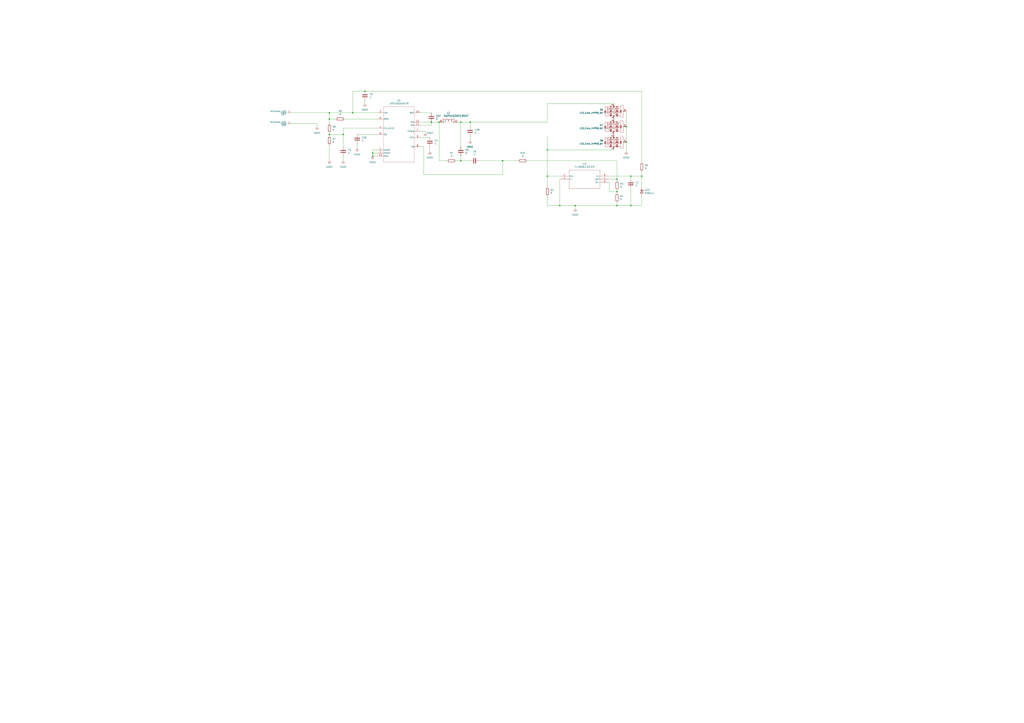
<source format=kicad_sch>
(kicad_sch (version 20230121) (generator eeschema)
  (paper "A1")
  (lib_symbols
    (symbol "Connectors_for_Wire:WireHole_1p5"
      (property "Reference" "D" (at 0 -1.27 0))
      (property "Value" "WireHole_1p5" (at 0 1.27 0))
      (symbol "WireHole_1p5_1_0"
        (pin bidirectional line (at 0 0 0) (length 2.54) (name "Conn") (number "1"))
      )
    )
    (symbol "DCK5_TEX:TLV9061IDCKR" (pin_names (offset 0.254))
      (property "Reference" "U" (at 20.32 10.16 0))
      (property "Value" "TLV9061IDCKR" (at 20.32 7.62 0))
      (symbol "TLV9061IDCKR_0_1"
        (polyline (pts (xy 7.62 -10.16) (xy 33.02 -10.16)) (stroke (width 0.127)))
        (polyline (pts (xy 7.62 5.08) (xy 7.62 -10.16)) (stroke (width 0.127)))
        (polyline (pts (xy 33.02 -10.16) (xy 33.02 5.08)) (stroke (width 0.127)))
        (polyline (pts (xy 33.02 5.08) (xy 7.62 5.08)) (stroke (width 0.127)))
        (pin input line (at 0 0 0) (length 7.62) (name "IN+") (number "1"))
        (pin power_in line (at 0 -2.54 0) (length 7.62) (name "V-") (number "2"))
        (pin input line (at 40.64 -5.08 180) (length 7.62) (name "IN-") (number "3"))
        (pin output line (at 40.64 -2.54 180) (length 7.62) (name "OUT") (number "4"))
        (pin power_in line (at 40.64 0 180) (length 7.62) (name "V+") (number "5"))
      )
    )
    (symbol "Device:C" (pin_numbers hide) (pin_names (offset 0.254))
      (property "Reference" "C" (at 0.635 2.54 0))
      (property "Value" "C" (at 0.635 -2.54 0))
      (symbol "C_0_1"
        (polyline (pts (xy -2.032 -0.762) (xy 2.032 -0.762)) (stroke (width 0.508)))
        (polyline (pts (xy -2.032 0.762) (xy 2.032 0.762)) (stroke (width 0.508)))
      )
      (symbol "C_1_1"
        (pin passive line (at 0 3.81 270) (length 2.794) (name "~") (number "1"))
        (pin passive line (at 0 -3.81 90) (length 2.794) (name "~") (number "2"))
      )
    )
    (symbol "Device:R" (pin_numbers hide) (pin_names (offset 0))
      (property "Reference" "R" (at 2.032 0 90))
      (property "Value" "R" (at 0 0 90))
      (symbol "R_0_1"
        (rectangle (start -1.016 -2.54) (end 1.016 2.54) (stroke (width 0.254)))
      )
      (symbol "R_1_1"
        (pin passive line (at 0 3.81 270) (length 1.27) (name "~") (number "1"))
        (pin passive line (at 0 -3.81 90) (length 1.27) (name "~") (number "2"))
      )
    )
    (symbol "Diode:MM5Zxx" (pin_numbers hide) (pin_names hide)
      (property "Reference" "D" (at 0 2.54 0))
      (property "Value" "MM5Zxx" (at 0 -2.54 0))
      (symbol "MM5Zxx_0_1"
        (polyline (pts (xy 1.27 0) (xy -1.27 0)))
        (polyline (pts (xy -1.27 -1.27) (xy -1.27 1.27) (xy -0.762 1.27)) (stroke (width 0.254)))
        (polyline (pts (xy 1.27 -1.27) (xy 1.27 1.27) (xy -1.27 0) (xy 1.27 -1.27)) (stroke (width 0.254)))
      )
      (symbol "MM5Zxx_1_1"
        (pin passive line (at -3.81 0 0) (length 2.54) (name "K") (number "1"))
        (pin passive line (at 3.81 0 180) (length 2.54) (name "A") (number "2"))
      )
    )
    (symbol "LED:LED_Cree_XHP50_6V" (pin_names (offset 1.016) hide)
      (property "Reference" "D" (at 0 11.43 0))
      (property "Value" "LED_Cree_XHP50_6V" (at 0 9.525 0))
      (symbol "LED_Cree_XHP50_6V_0_1"
        (circle (center -3.81 -2.54) (radius 0.3556) (fill (type outline)))
        (circle (center -3.81 0) (radius 0.3556) (fill (type outline)))
        (circle (center -3.81 2.54) (radius 0.3556) (fill (type outline)))
        (polyline (pts (xy -3.81 -2.54) (xy 3.81 -2.54)))
        (polyline (pts (xy -3.048 -3.81) (xy -3.048 -1.27)) (stroke (width 0.254)))
        (polyline (pts (xy -3.048 1.27) (xy -3.048 3.81)) (stroke (width 0.254)))
        (polyline (pts (xy -0.127 1.27) (xy -0.127 3.81)) (stroke (width 0.254)))
        (polyline (pts (xy 0 -3.81) (xy 0 -1.27)) (stroke (width 0.254)))
        (polyline (pts (xy 3.81 2.54) (xy -3.81 2.54)))
        (polyline (pts (xy -4.826 -5.08) (xy -4.826 -7.62) (xy 4.826 -7.62) (xy 4.826 -5.08)))
        (polyline (pts (xy -0.508 -3.81) (xy -0.508 -1.27) (xy -3.048 -2.54) (xy -0.508 -3.81)) (stroke (width 0.254)))
        (polyline (pts (xy -0.508 1.27) (xy -0.508 3.81) (xy -3.048 2.54) (xy -0.508 1.27)) (stroke (width 0.254)))
        (polyline (pts (xy 0.508 6.096) (xy 0.254 6.35) (xy 0.254 7.874) (xy 0 8.128)) (stroke (width 0.254)))
        (polyline (pts (xy 0.889 -6.604) (xy 0.635 -6.35) (xy 0.635 -4.826) (xy 0.381 -4.572)) (stroke (width 0.254)))
        (polyline (pts (xy 2.413 1.27) (xy 2.413 3.81) (xy -0.127 2.54) (xy 2.413 1.27)) (stroke (width 0.254)))
        (polyline (pts (xy 2.54 -3.81) (xy 2.54 -1.27) (xy 0 -2.54) (xy 2.54 -3.81)) (stroke (width 0.254)))
        (polyline (pts (xy -3.81 -5.588) (xy -3.81 7.112) (xy 3.81 7.112) (xy 3.81 -5.588) (xy -3.81 -5.588)))
        (polyline (pts (xy -2.667 -1.143) (xy -1.143 0.381) (xy -1.905 0.381) (xy -1.143 0.381) (xy -1.143 -0.381)))
        (polyline (pts (xy -2.667 3.937) (xy -1.143 5.461) (xy -1.905 5.461) (xy -1.143 5.461) (xy -1.143 4.699)))
        (polyline (pts (xy -1.397 -1.143) (xy 0.127 0.381) (xy -0.635 0.381) (xy 0.127 0.381) (xy 0.127 -0.381)))
        (polyline (pts (xy -1.397 3.937) (xy 0.127 5.461) (xy -0.635 5.461) (xy 0.127 5.461) (xy 0.127 4.699)))
        (polyline (pts (xy -1.27 6.35) (xy -1.27 7.874) (xy 0.254 7.112) (xy -1.27 6.35) (xy -1.27 6.604)) (stroke (width 0.254)))
        (polyline (pts (xy -0.889 -6.35) (xy -0.889 -4.826) (xy 0.635 -5.588) (xy -0.889 -6.35) (xy -0.889 -6.096)) (stroke (width 0.254)))
        (polyline (pts (xy 0.254 3.937) (xy 1.778 5.461) (xy 1.016 5.461) (xy 1.778 5.461) (xy 1.778 4.699)))
        (polyline (pts (xy 0.381 -1.143) (xy 1.905 0.381) (xy 1.143 0.381) (xy 1.905 0.381) (xy 1.905 -0.381)))
        (polyline (pts (xy 1.524 3.937) (xy 3.048 5.461) (xy 2.286 5.461) (xy 3.048 5.461) (xy 3.048 4.699)))
        (polyline (pts (xy 1.651 -1.143) (xy 3.175 0.381) (xy 2.413 0.381) (xy 3.175 0.381) (xy 3.175 -0.381)))
        (circle (center 3.81 -2.54) (radius 0.3556) (fill (type outline)))
        (circle (center 3.81 0) (radius 0.3556) (fill (type outline)))
        (circle (center 3.81 2.54) (radius 0.3556) (fill (type outline)))
      )
      (symbol "LED_Cree_XHP50_6V_1_1"
        (pin passive line (at -6.35 0 0) (length 2.54) (name "K") (number "1"))
        (pin passive line (at 6.35 0 180) (length 2.54) (name "A") (number "2"))
        (pin passive line (at 0 -10.16 90) (length 2.54) (name "PAD") (number "3"))
      )
    )
    (symbol "LM5160ADNTR:LM5160ADNTR" (pin_names (offset 0.254))
      (property "Reference" "U" (at 0 2.54 0))
      (property "Value" "LM5160ADNTR" (at 0 0 0))
      (symbol "LM5160ADNTR_0_1"
        (polyline (pts (xy -12.7 -22.86) (xy 12.7 -22.86)) (stroke (width 0.1016)))
        (polyline (pts (xy -12.7 22.86) (xy -12.7 -22.86)) (stroke (width 0.1016)))
        (polyline (pts (xy 12.7 -22.86) (xy 12.7 22.86)) (stroke (width 0.1016)))
        (polyline (pts (xy 12.7 22.86) (xy -12.7 22.86)) (stroke (width 0.1016)))
        (pin power_in line (at -17.78 -12.7 0) (length 5.08) (name "AGND") (number "1"))
        (pin power_in line (at 17.78 17.78 180) (length 5.08) (name "BST") (number "10"))
        (pin power_in line (at 17.78 7.62 180) (length 5.08) (name "SW") (number "11"))
        (pin power_in line (at 17.78 10.16 180) (length 5.08) (name "SW") (number "12"))
        (pin power_in line (at -17.78 -17.78 0) (length 5.08) (name "PAD") (number "13"))
        (pin power_in line (at -17.78 -15.24 0) (length 5.08) (name "PGND") (number "2"))
        (pin power_in line (at -17.78 17.78 0) (length 5.08) (name "VIN") (number "3"))
        (pin input line (at -17.78 5.08 0) (length 5.08) (name "EN_UVLO") (number "4"))
        (pin input line (at -17.78 12.7 0) (length 5.08) (name "RON") (number "5"))
        (pin input line (at -17.78 0 0) (length 5.08) (name "SS") (number "6"))
        (pin input line (at 17.78 2.54 180) (length 5.08) (name "FPWM") (number "7"))
        (pin input line (at 17.78 -10.16 180) (length 5.08) (name "FB") (number "8"))
        (pin power_in line (at 17.78 -2.54 180) (length 5.08) (name "VCC") (number "9"))
      )
    )
    (symbol "SWPA4030S1R0NT:SWPA4030S1R0NT" (pin_names (offset 0.254))
      (property "Reference" "L" (at 6.985 5.08 0))
      (property "Value" "SWPA4030S1R0NT" (at 6.985 -2.54 0))
      (symbol "SWPA4030S1R0NT_1_1"
        (polyline (pts (xy 2.54 0) (xy 2.54 1.27)) (stroke (width 0.2032)))
        (polyline (pts (xy 5.08 0) (xy 5.08 1.27)) (stroke (width 0.2032)))
        (polyline (pts (xy 7.62 0) (xy 7.62 1.27)) (stroke (width 0.2032)))
        (polyline (pts (xy 10.16 0) (xy 10.16 1.27)) (stroke (width 0.2032)))
        (polyline (pts (xy 12.7 0) (xy 12.7 1.27)) (stroke (width 0.2032)))
        (arc (start 5.08 1.27) (mid 3.81 2.5345) (end 2.54 1.27) (stroke (width 0.2032)))
        (arc (start 7.62 1.27) (mid 6.35 2.5345) (end 5.08 1.27) (stroke (width 0.2032)))
        (arc (start 10.16 1.27) (mid 8.89 2.5345) (end 7.62 1.27) (stroke (width 0.2032)))
        (arc (start 12.7 1.27) (mid 11.43 2.5345) (end 10.16 1.27) (stroke (width 0.2032)))
        (pin unspecified line (at 15.24 0 180) (length 2.54) (name "1") (number "1"))
        (pin unspecified line (at 0 0 0) (length 2.54) (name "2") (number "2"))
      )
      (symbol "SWPA4030S1R0NT_1_2"
        (arc (start -1.27 5.08) (mid -2.5345 3.81) (end -1.27 2.54) (stroke (width 0.2032)))
        (arc (start -1.27 7.62) (mid -2.5345 6.35) (end -1.27 5.08) (stroke (width 0.2032)))
        (arc (start -1.27 10.16) (mid -2.5345 8.89) (end -1.27 7.62) (stroke (width 0.2032)))
        (arc (start -1.27 12.7) (mid -2.5345 11.43) (end -1.27 10.16) (stroke (width 0.2032)))
        (polyline (pts (xy 0 2.54) (xy -1.27 2.54)) (stroke (width 0.2032)))
        (polyline (pts (xy 0 5.08) (xy -1.27 5.08)) (stroke (width 0.2032)))
        (polyline (pts (xy 0 7.62) (xy -1.27 7.62)) (stroke (width 0.2032)))
        (polyline (pts (xy 0 10.16) (xy -1.27 10.16)) (stroke (width 0.2032)))
        (polyline (pts (xy 0 12.7) (xy -1.27 12.7)) (stroke (width 0.2032)))
        (pin unspecified line (at 0 15.24 270) (length 2.54) (name "1") (number "1"))
        (pin unspecified line (at 0 0 90) (length 2.54) (name "2") (number "2"))
      )
    )
    (symbol "power:GND2" (power) (pin_names (offset 0))
      (property "Value" "GND2" (at 0 -3.81 0))
      (symbol "GND2_0_1"
        (polyline (pts (xy 0 0) (xy 0 -1.27) (xy 1.27 -1.27) (xy 0 -2.54) (xy -1.27 -1.27) (xy 0 -1.27)))
      )
      (symbol "GND2_1_1"
        (pin power_in line (at 0 0 270) (length 0) hide (name "GND2") (number "1"))
      )
    )
  )
  (junction (at 299.72 74.93))
  (junction (at 378.46 100.33))
  (junction (at 306.07 125.73))
  (junction (at 518.16 168.91))
  (junction (at 449.58 123.19))
  (junction (at 506.73 147.32))
  (junction (at 506.73 157.48))
  (junction (at 378.46 132.08))
  (junction (at 354.33 100.33))
  (junction (at 449.58 144.78))
  (junction (at 281.94 110.49))
  (junction (at 306.07 128.27))
  (junction (at 472.44 168.91))
  (junction (at 506.73 168.91))
  (junction (at 514.35 116.84))
  (junction (at 360.68 100.33))
  (junction (at 514.35 104.14))
  (junction (at 386.08 100.33))
  (junction (at 459.74 168.91))
  (junction (at 270.51 97.79))
  (junction (at 289.56 92.71))
  (junction (at 412.75 132.08))
  (junction (at 270.51 92.71))
  (junction (at 270.51 110.49))
  (junction (at 518.16 144.78))
  (junction (at 527.05 144.78))
  (wire (pts (xy 500.38 144.78) (xy 518.16 144.78)))
  (wire (pts (xy 345.44 92.71) (xy 354.33 92.71)))
  (wire (pts (xy 378.46 100.33) (xy 378.46 120.65)))
  (wire (pts (xy 347.98 120.65) (xy 347.98 143.51)))
  (wire (pts (xy 386.08 100.33) (xy 449.58 100.33)))
  (wire (pts (xy 449.58 161.29) (xy 449.58 168.91)))
  (wire (pts (xy 270.51 97.79) (xy 270.51 92.71)))
  (wire (pts (xy 309.88 123.19) (xy 306.07 123.19)))
  (wire (pts (xy 500.38 147.32) (xy 506.73 147.32)))
  (wire (pts (xy 270.51 97.79) (xy 275.59 97.79)))
  (wire (pts (xy 518.16 144.78) (xy 527.05 144.78)))
  (wire (pts (xy 281.94 128.27) (xy 281.94 132.08)))
  (wire (pts (xy 459.74 147.32) (xy 459.74 168.91)))
  (wire (pts (xy 289.56 74.93) (xy 289.56 92.71)))
  (wire (pts (xy 360.68 132.08) (xy 367.03 132.08)))
  (wire (pts (xy 386.08 100.33) (xy 386.08 104.14)))
  (wire (pts (xy 353.06 120.65) (xy 353.06 124.46)))
  (wire (pts (xy 527.05 74.93) (xy 527.05 133.35)))
  (wire (pts (xy 506.73 157.48) (xy 506.73 158.75)))
  (wire (pts (xy 270.51 110.49) (xy 281.94 110.49)))
  (wire (pts (xy 349.25 107.95) (xy 349.25 109.22)))
  (wire (pts (xy 518.16 154.94) (xy 518.16 168.91)))
  (wire (pts (xy 299.72 74.93) (xy 289.56 74.93)))
  (wire (pts (xy 506.73 157.48) (xy 506.73 156.21)))
  (wire (pts (xy 375.92 100.33) (xy 378.46 100.33)))
  (wire (pts (xy 260.35 101.6) (xy 260.35 104.14)))
  (wire (pts (xy 433.07 132.08) (xy 506.73 132.08)))
  (wire (pts (xy 412.75 143.51) (xy 412.75 132.08)))
  (wire (pts (xy 527.05 168.91) (xy 518.16 168.91)))
  (wire (pts (xy 270.51 97.79) (xy 270.51 101.6)))
  (wire (pts (xy 360.68 100.33) (xy 360.68 132.08)))
  (wire (pts (xy 283.21 97.79) (xy 309.88 97.79)))
  (wire (pts (xy 527.05 144.78) (xy 527.05 153.67)))
  (wire (pts (xy 281.94 110.49) (xy 281.94 120.65)))
  (wire (pts (xy 378.46 132.08) (xy 386.08 132.08)))
  (wire (pts (xy 378.46 100.33) (xy 386.08 100.33)))
  (wire (pts (xy 527.05 140.97) (xy 527.05 144.78)))
  (wire (pts (xy 527.05 161.29) (xy 527.05 168.91)))
  (wire (pts (xy 345.44 102.87) (xy 354.33 102.87)))
  (wire (pts (xy 345.44 100.33) (xy 354.33 100.33)))
  (wire (pts (xy 500.38 149.86) (xy 500.38 157.48)))
  (wire (pts (xy 270.51 110.49) (xy 270.51 111.76)))
  (wire (pts (xy 506.73 132.08) (xy 506.73 147.32)))
  (wire (pts (xy 270.51 109.22) (xy 270.51 110.49)))
  (wire (pts (xy 449.58 123.19) (xy 449.58 144.78)))
  (wire (pts (xy 345.44 120.65) (xy 347.98 120.65)))
  (wire (pts (xy 506.73 148.59) (xy 506.73 147.32)))
  (wire (pts (xy 349.25 107.95) (xy 345.44 107.95)))
  (wire (pts (xy 309.88 125.73) (xy 306.07 125.73)))
  (wire (pts (xy 518.16 144.78) (xy 518.16 147.32)))
  (wire (pts (xy 238.76 101.6) (xy 260.35 101.6)))
  (wire (pts (xy 412.75 132.08) (xy 425.45 132.08)))
  (wire (pts (xy 504.19 85.09) (xy 449.58 85.09)))
  (wire (pts (xy 449.58 168.91) (xy 459.74 168.91)))
  (wire (pts (xy 306.07 125.73) (xy 306.07 128.27)))
  (wire (pts (xy 472.44 168.91) (xy 472.44 171.45)))
  (wire (pts (xy 293.37 110.49) (xy 309.88 110.49)))
  (wire (pts (xy 238.76 92.71) (xy 270.51 92.71)))
  (wire (pts (xy 518.16 168.91) (xy 506.73 168.91)))
  (wire (pts (xy 289.56 92.71) (xy 309.88 92.71)))
  (wire (pts (xy 354.33 102.87) (xy 354.33 100.33)))
  (wire (pts (xy 393.7 132.08) (xy 412.75 132.08)))
  (wire (pts (xy 306.07 123.19) (xy 306.07 125.73)))
  (wire (pts (xy 504.19 123.19) (xy 449.58 123.19)))
  (wire (pts (xy 281.94 105.41) (xy 309.88 105.41)))
  (wire (pts (xy 449.58 111.76) (xy 449.58 123.19)))
  (wire (pts (xy 514.35 104.14) (xy 514.35 116.84)))
  (wire (pts (xy 514.35 116.84) (xy 514.35 124.46)))
  (wire (pts (xy 354.33 100.33) (xy 360.68 100.33)))
  (wire (pts (xy 506.73 166.37) (xy 506.73 168.91)))
  (wire (pts (xy 378.46 132.08) (xy 378.46 128.27)))
  (wire (pts (xy 514.35 91.44) (xy 514.35 104.14)))
  (wire (pts (xy 293.37 118.11) (xy 293.37 121.92)))
  (wire (pts (xy 345.44 113.03) (xy 353.06 113.03)))
  (wire (pts (xy 449.58 153.67) (xy 449.58 144.78)))
  (wire (pts (xy 527.05 74.93) (xy 299.72 74.93)))
  (wire (pts (xy 449.58 85.09) (xy 449.58 100.33)))
  (wire (pts (xy 386.08 111.76) (xy 386.08 115.57)))
  (wire (pts (xy 506.73 168.91) (xy 472.44 168.91)))
  (wire (pts (xy 306.07 128.27) (xy 309.88 128.27)))
  (wire (pts (xy 449.58 144.78) (xy 459.74 144.78)))
  (wire (pts (xy 299.72 82.55) (xy 299.72 85.09)))
  (wire (pts (xy 347.98 143.51) (xy 412.75 143.51)))
  (wire (pts (xy 472.44 168.91) (xy 459.74 168.91)))
  (wire (pts (xy 281.94 105.41) (xy 281.94 110.49)))
  (wire (pts (xy 270.51 119.38) (xy 270.51 132.08)))
  (wire (pts (xy 500.38 157.48) (xy 506.73 157.48)))
  (wire (pts (xy 374.65 132.08) (xy 378.46 132.08)))
  (wire (pts (xy 270.51 92.71) (xy 289.56 92.71)))
  (symbol (lib_id "Device:C") (at 378.46 124.46 0) (unit 1)
    (property "Reference" "C4" (at 382.27 123.19 0) (effects (justify left)))
    (property "Value" "C" (at 382.27 125.73 0) (effects (justify left)))
    (property "Footprint" "Capacitor_SMD:C_0402_1005Metric_Pad0.74x0.62mm_HandSolder" (effects hide))
  )
  (symbol (lib_id "power:GND2") (at 349.25 109.22 0) (unit 1)
    (property "Reference" "#PWR03" (effects hide))
    (property "Value" "GND2" (at 353.06 109.22 0))
  )
  (symbol (lib_id "power:GND2") (at 386.08 115.57 0) (unit 1)
    (property "Reference" "#PWR012" (effects hide))
    (property "Value" "GND2" (at 386.08 120.65 0))
  )
  (symbol (lib_id "LED:LED_Cree_XHP50_6V") (at 504.19 91.44 90) (unit 1)
    (property "Reference" "D6" (at 495.3 90.17 90) (effects (justify left)))
    (property "Value" "LED_Cree_XHP50_6V" (at 495.3 92.71 90) (effects (justify left)))
    (property "Footprint" "LED_SMD:LED_Cree-XHP50_6V" (effects hide))
    (property "Datasheet" "http://www.cree.com/%7E/media/Files/Cree/LED%20Components%20and%20Modules/XLamp/Data%20and%20Binning/ds%20XHP50.pdf" (effects hide))
  )
  (symbol (lib_id "Device:R") (at 527.05 137.16 180) (unit 1)
    (property "Reference" "R5" (at 529.59 135.89 0) (effects (justify right)))
    (property "Value" "R" (at 529.59 138.43 0) (effects (justify right)))
    (property "Footprint" "Resistor_SMD:R_0603_1608Metric_Pad0.98x0.95mm_HandSolder" (effects hide))
  )
  (symbol (lib_id "Device:R") (at 506.73 162.56 180) (unit 1)
    (property "Reference" "R4" (at 509.27 161.29 0) (effects (justify right)))
    (property "Value" "R" (at 509.27 163.83 0) (effects (justify right)))
    (property "Footprint" "Resistor_SMD:R_0402_1005Metric_Pad0.72x0.64mm_HandSolder" (effects hide))
  )
  (symbol (lib_id "power:GND2") (at 260.35 104.14 0) (unit 1)
    (property "Reference" "#PWR019" (effects hide))
    (property "Value" "GND2" (at 260.35 109.22 0))
  )
  (symbol (lib_id "Device:R") (at 429.26 132.08 270) (unit 1)
    (property "Reference" "R15" (at 429.26 125.73 90))
    (property "Value" "R" (at 429.26 128.27 90))
    (property "Footprint" "Resistor_SMD:R_0402_1005Metric_Pad0.72x0.64mm_HandSolder" (effects hide))
  )
  (symbol (lib_id "power:GND2") (at 306.07 128.27 0) (unit 1)
    (property "Reference" "#PWR015" (effects hide))
    (property "Value" "GND2" (at 306.07 133.35 0))
  )
  (symbol (lib_id "Device:C") (at 389.89 132.08 90) (unit 1)
    (property "Reference" "C6" (at 389.89 124.46 90))
    (property "Value" "C" (at 389.89 127 90))
    (property "Footprint" "Capacitor_SMD:C_0402_1005Metric_Pad0.74x0.62mm_HandSolder" (effects hide))
  )
  (symbol (lib_id "Device:C") (at 281.94 124.46 0) (unit 1)
    (property "Reference" "C3" (at 285.75 123.19 0) (effects (justify left)))
    (property "Value" "C" (at 285.75 125.73 0) (effects (justify left)))
    (property "Footprint" "Capacitor_SMD:C_0402_1005Metric_Pad0.74x0.62mm_HandSolder" (effects hide))
  )
  (symbol (lib_id "Connectors_for_Wire:WireHole_1p5") (at 238.76 101.6 180) (unit 1)
    (property "Reference" "D28" (at 234.95 102.8701 0) (effects (justify left)))
    (property "Value" "WireHole_1p5" (at 234.95 100.3301 0) (effects (justify left)))
    (property "Footprint" "Wire_holes:WireHole_1p2" (effects hide))
  )
  (symbol (lib_id "Device:C") (at 386.08 107.95 0) (unit 1)
    (property "Reference" "C28" (at 389.89 106.68 0) (effects (justify left)))
    (property "Value" "C" (at 389.89 109.22 0) (effects (justify left)))
    (property "Footprint" "Capacitor_SMD:C_0603_1608Metric_Pad1.08x0.95mm_HandSolder" (effects hide))
  )
  (symbol (lib_id "power:GND2") (at 472.44 171.45 0) (unit 1)
    (property "Reference" "#PWR05" (effects hide))
    (property "Value" "GND2" (at 472.44 176.53 0))
  )
  (symbol (lib_id "LED:LED_Cree_XHP50_6V") (at 504.19 116.84 90) (unit 1)
    (property "Reference" "D8" (at 495.3 115.57 90) (effects (justify left)))
    (property "Value" "LED_Cree_XHP50_6V" (at 495.3 118.11 90) (effects (justify left)))
    (property "Footprint" "LED_SMD:LED_Cree-XHP50_6V" (effects hide))
    (property "Datasheet" "http://www.cree.com/%7E/media/Files/Cree/LED%20Components%20and%20Modules/XLamp/Data%20and%20Binning/ds%20XHP50.pdf" (effects hide))
  )
  (symbol (lib_id "Device:R") (at 506.73 152.4 180) (unit 1)
    (property "Reference" "R3" (at 509.27 151.13 0) (effects (justify right)))
    (property "Value" "R" (at 509.27 153.67 0) (effects (justify right)))
    (property "Footprint" "Resistor_SMD:R_0402_1005Metric_Pad0.72x0.64mm_HandSolder" (effects hide))
  )
  (symbol (lib_id "Device:R") (at 270.51 105.41 180) (unit 1)
    (property "Reference" "R6" (at 273.05 104.14 0) (effects (justify right)))
    (property "Value" "R" (at 273.05 106.68 0) (effects (justify right)))
    (property "Footprint" "Resistor_SMD:R_0402_1005Metric_Pad0.72x0.64mm_HandSolder" (effects hide))
  )
  (symbol (lib_id "DCK5_TEX:TLV9061IDCKR") (at 459.74 144.78 0) (unit 1)
    (property "Reference" "U2" (at 480.06 134.62 0) (effects (font (size 1.524 1.524))))
    (property "Value" "TLV9061IDCKR" (at 480.06 137.16 0) (effects (font (size 1.524 1.524))))
    (property "Footprint" "ul_TLV9061IDCKR:DCK5_TEX" (effects hide))
    (property "Datasheet" "TLV9061IDCKR" (effects hide))
  )
  (symbol (lib_id "Device:R") (at 370.84 132.08 270) (unit 1)
    (property "Reference" "R1" (at 370.84 125.73 90))
    (property "Value" "R" (at 370.84 128.27 90))
    (property "Footprint" "Resistor_SMD:R_0402_1005Metric_Pad0.72x0.64mm_HandSolder" (effects hide))
  )
  (symbol (lib_id "power:GND2") (at 514.35 124.46 0) (unit 1)
    (property "Reference" "#PWR021" (effects hide))
    (property "Value" "GND2" (at 514.35 129.54 0))
  )
  (symbol (lib_id "Device:R") (at 449.58 157.48 0) (unit 1)
    (property "Reference" "R2" (at 452.12 156.21 0) (effects (justify left)))
    (property "Value" "R" (at 452.12 158.75 0) (effects (justify left)))
    (property "Footprint" "Resistor_SMD:R_0603_1608Metric_Pad0.98x0.95mm_HandSolder" (effects hide))
  )
  (symbol (lib_id "Device:R") (at 270.51 115.57 180) (unit 1)
    (property "Reference" "R7" (at 273.05 114.3 0) (effects (justify right)))
    (property "Value" "R" (at 273.05 116.84 0) (effects (justify right)))
    (property "Footprint" "Resistor_SMD:R_0402_1005Metric_Pad0.72x0.64mm_HandSolder" (effects hide))
  )
  (symbol (lib_id "Diode:MM5Zxx") (at 527.05 157.48 270) (unit 1)
    (property "Reference" "D23" (at 529.59 156.21 90) (effects (justify left)))
    (property "Value" "MM5Zxx" (at 529.59 158.75 90) (effects (justify left)))
    (property "Footprint" "Diode_SMD:D_SOD-523" (effects hide))
    (property "Datasheet" "https://diotec.com/tl_files/diotec/files/pdf/datasheets/mm5z2v4.pdf" (effects hide))
  )
  (symbol (lib_id "Device:C") (at 299.72 78.74 0) (unit 1)
    (property "Reference" "C5" (at 303.53 77.47 0) (effects (justify left)))
    (property "Value" "C" (at 303.53 80.01 0) (effects (justify left)))
    (property "Footprint" "Capacitor_SMD:C_0603_1608Metric_Pad1.08x0.95mm_HandSolder" (effects hide))
  )
  (symbol (lib_id "power:GND2") (at 299.72 85.09 0) (unit 1)
    (property "Reference" "#PWR09" (effects hide))
    (property "Value" "GND2" (at 299.72 90.17 0))
  )
  (symbol (lib_id "Device:C") (at 353.06 116.84 0) (unit 1)
    (property "Reference" "C2" (at 356.87 115.57 0) (effects (justify left)))
    (property "Value" "C" (at 356.87 118.11 0) (effects (justify left)))
    (property "Footprint" "Capacitor_SMD:C_0402_1005Metric_Pad0.74x0.62mm_HandSolder" (effects hide))
  )
  (symbol (lib_id "Device:C") (at 354.33 96.52 0) (unit 1)
    (property "Reference" "C27" (at 358.14 95.25 0) (effects (justify left)))
    (property "Value" "C" (at 358.14 97.79 0) (effects (justify left)))
    (property "Footprint" "Capacitor_SMD:C_0402_1005Metric_Pad0.74x0.62mm_HandSolder" (effects hide))
  )
  (symbol (lib_id "power:GND2") (at 353.06 124.46 0) (unit 1)
    (property "Reference" "#PWR01" (effects hide))
    (property "Value" "GND2" (at 353.06 129.54 0))
  )
  (symbol (lib_id "Device:C") (at 518.16 151.13 0) (unit 1)
    (property "Reference" "C1" (at 521.97 149.86 0) (effects (justify left)))
    (property "Value" "C" (at 521.97 152.4 0) (effects (justify left)))
    (property "Footprint" "Capacitor_SMD:C_0402_1005Metric_Pad0.74x0.62mm_HandSolder" (effects hide))
  )
  (symbol (lib_id "power:GND2") (at 281.94 132.08 0) (unit 1)
    (property "Reference" "#PWR06" (effects hide))
    (property "Value" "GND2" (at 281.94 137.16 0))
  )
  (symbol (lib_id "Connectors_for_Wire:WireHole_1p5") (at 238.76 92.71 180) (unit 1)
    (property "Reference" "D27" (at 234.95 93.9801 0) (effects (justify left)))
    (property "Value" "WireHole_1p5" (at 234.95 91.4401 0) (effects (justify left)))
    (property "Footprint" "Wire_holes:WireHole_1p2" (effects hide))
  )
  (symbol (lib_id "LED:LED_Cree_XHP50_6V") (at 504.19 104.14 90) (unit 1)
    (property "Reference" "D7" (at 495.3 102.87 90) (effects (justify left)))
    (property "Value" "LED_Cree_XHP50_6V" (at 495.3 105.41 90) (effects (justify left)))
    (property "Footprint" "LED_SMD:LED_Cree-XHP50_6V" (effects hide))
    (property "Datasheet" "http://www.cree.com/%7E/media/Files/Cree/LED%20Components%20and%20Modules/XLamp/Data%20and%20Binning/ds%20XHP50.pdf" (effects hide))
  )
  (symbol (lib_id "Device:R") (at 279.4 97.79 90) (unit 1)
    (property "Reference" "R9" (at 279.4 91.44 90))
    (property "Value" "R" (at 279.4 93.98 90))
    (property "Footprint" "Resistor_SMD:R_0402_1005Metric_Pad0.72x0.64mm_HandSolder" (effects hide))
  )
  (symbol (lib_id "SWPA4030S1R0NT:SWPA4030S1R0NT") (at 360.68 100.33 0) (unit 1)
    (property "Reference" "L1" (at 368.3 92.71 0) (effects (font (size 1.524 1.524))))
    (property "Value" "SWPA4030S1R0NT" (at 374.65 95.25 0) (effects (font (size 1.524 1.524))))
    (property "Footprint" "ul_SWPA4030S1R0NT:IND_SWPA4030S_SNL" (effects hide))
    (property "Datasheet" "SWPA4030S1R0NT" (effects hide))
  )
  (symbol (lib_id "power:GND2") (at 270.51 132.08 0) (unit 1)
    (property "Reference" "#PWR02" (effects hide))
    (property "Value" "GND2" (at 270.51 137.16 0))
  )
  (symbol (lib_id "power:GND2") (at 293.37 121.92 0) (unit 1)
    (property "Reference" "#PWR016" (effects hide))
    (property "Value" "GND2" (at 293.37 127 0))
  )
  (symbol (lib_id "LM5160ADNTR:LM5160ADNTR") (at 327.66 110.49 0) (unit 1)
    (property "Reference" "U1" (at 327.66 82.55 0) (effects (font (size 1.524 1.524))))
    (property "Value" "LM5160ADNTR" (at 327.66 85.09 0) (effects (font (size 1.524 1.524))))
    (property "Footprint" "ul_LM5160ADNTR:DNT0012B" (effects hide))
    (property "Datasheet" "LM5160ADNTR" (effects hide))
  )
  (symbol (lib_id "Device:C") (at 293.37 114.3 0) (unit 1)
    (property "Reference" "C26" (at 297.18 113.03 0) (effects (justify left)))
    (property "Value" "C" (at 297.18 115.57 0) (effects (justify left)))
    (property "Footprint" "Capacitor_SMD:C_0402_1005Metric_Pad0.74x0.62mm_HandSolder" (effects hide))
  )
)
</source>
